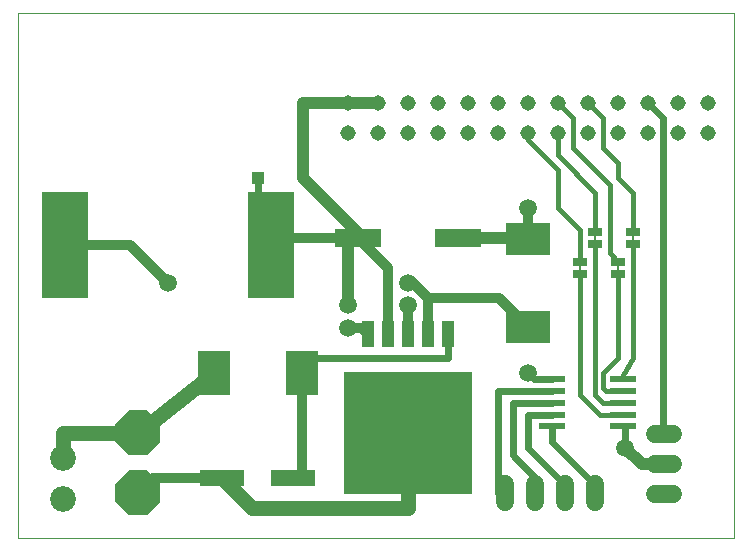
<source format=gtl>
G75*
%MOIN*%
%OFA0B0*%
%FSLAX24Y24*%
%IPPOS*%
%LPD*%
%AMOC8*
5,1,8,0,0,1.08239X$1,22.5*
%
%ADD10C,0.0000*%
%ADD11R,0.0866X0.0236*%
%ADD12C,0.0600*%
%ADD13R,0.4252X0.4098*%
%ADD14R,0.0420X0.0850*%
%ADD15R,0.1496X0.1102*%
%ADD16R,0.1535X0.0630*%
%ADD17OC8,0.1500*%
%ADD18R,0.1496X0.0551*%
%ADD19R,0.1575X0.3543*%
%ADD20R,0.1102X0.1496*%
%ADD21C,0.0860*%
%ADD22R,0.0394X0.0394*%
%ADD23C,0.0515*%
%ADD24C,0.0080*%
%ADD25R,0.0500X0.0250*%
%ADD26C,0.0240*%
%ADD27C,0.0500*%
%ADD28C,0.0400*%
%ADD29C,0.0320*%
%ADD30C,0.0591*%
%ADD31C,0.0436*%
%ADD32C,0.0160*%
D10*
X000680Y000680D02*
X000680Y018176D01*
X024550Y018176D01*
X024550Y000680D01*
X000680Y000680D01*
D11*
X018499Y004393D03*
X018499Y004786D03*
X018499Y005180D03*
X018499Y005574D03*
X018499Y005967D03*
X020861Y005967D03*
X020861Y005574D03*
X020861Y005180D03*
X020861Y004786D03*
X020861Y004393D03*
D12*
X021904Y004141D02*
X022504Y004141D01*
X022504Y003141D02*
X021904Y003141D01*
X021904Y002141D02*
X022504Y002141D01*
X019930Y001880D02*
X019930Y002480D01*
X018930Y002480D02*
X018930Y001880D01*
X017930Y001880D02*
X017930Y002480D01*
X016930Y002480D02*
X016930Y001880D01*
D13*
X013680Y004180D03*
D14*
X013680Y007460D03*
X014350Y007460D03*
X015020Y007460D03*
X013010Y007460D03*
X012340Y007460D03*
D15*
X017680Y007723D03*
X017680Y010637D03*
D16*
X015353Y010680D03*
X012007Y010680D03*
D17*
X004680Y004180D03*
X004680Y002180D03*
D18*
X007499Y002680D03*
X009861Y002680D03*
D19*
X009113Y010430D03*
X002239Y010430D03*
D20*
X007223Y006180D03*
X010137Y006180D03*
D21*
X002180Y003349D03*
X002180Y001971D03*
D22*
X008680Y012680D03*
D23*
X011680Y014180D03*
X011680Y015180D03*
X012680Y015180D03*
X013680Y015180D03*
X014680Y015180D03*
X015680Y015180D03*
X016680Y015180D03*
X017680Y015180D03*
X018680Y015180D03*
X019680Y015180D03*
X020680Y015180D03*
X021680Y015180D03*
X022680Y015180D03*
X023680Y015180D03*
X023680Y014180D03*
X022680Y014180D03*
X021680Y014180D03*
X020680Y014180D03*
X019680Y014180D03*
X018680Y014180D03*
X017680Y014180D03*
X016680Y014180D03*
X015680Y014180D03*
X014680Y014180D03*
X013680Y014180D03*
X012680Y014180D03*
D24*
X019430Y009830D02*
X019430Y009530D01*
X019930Y010530D02*
X019930Y010830D01*
X020680Y009830D02*
X020680Y009530D01*
X021180Y010530D02*
X021180Y010830D01*
D25*
X021180Y010880D03*
X021180Y010480D03*
X020680Y009880D03*
X020680Y009480D03*
X019930Y010480D03*
X019930Y010880D03*
X019430Y009880D03*
X019430Y009480D03*
D26*
X017680Y006180D02*
X017893Y005967D01*
X018499Y005967D01*
X018499Y005574D02*
X016680Y005574D01*
X016680Y002180D01*
X016930Y002180D01*
X017930Y002180D02*
X017930Y002680D01*
X017180Y003430D01*
X017180Y005180D01*
X018499Y005180D01*
X018499Y004786D02*
X017680Y004786D01*
X017680Y003680D01*
X018930Y002430D01*
X018930Y002180D01*
X019930Y002180D02*
X019930Y002430D01*
X018499Y003861D01*
X018499Y004393D01*
X020861Y004393D02*
X020930Y004393D01*
X020930Y003680D01*
X022180Y004164D02*
X022204Y004141D01*
X022180Y004164D02*
X022180Y014680D01*
X021680Y015180D01*
X015020Y007460D02*
X015020Y006680D01*
X010637Y006680D01*
X010137Y006180D01*
X012340Y003680D02*
X013680Y003680D01*
X010137Y002723D02*
X009904Y002723D01*
X009861Y002680D01*
X009113Y010430D02*
X008680Y010430D01*
X008680Y012680D01*
D27*
X007223Y006180D02*
X004680Y004180D01*
X002180Y004180D01*
X002180Y003349D01*
X007499Y002680D02*
X008499Y001680D01*
X010680Y001680D01*
X013680Y001680D01*
X013680Y003680D01*
X013680Y004180D01*
D28*
X011680Y008430D02*
X011680Y010680D01*
X012180Y010680D01*
X010180Y012680D01*
X010180Y015180D01*
X011680Y015180D01*
X012680Y015180D01*
X015353Y010680D02*
X017680Y010680D01*
X017680Y010637D01*
X020930Y003680D02*
X021469Y003141D01*
X022204Y003141D01*
D29*
X017680Y007723D02*
X016723Y008680D01*
X014350Y008680D01*
X013850Y009180D01*
X013680Y009180D01*
X014350Y008680D02*
X014350Y007460D01*
X013680Y007460D02*
X013680Y008430D01*
X013010Y007460D02*
X013010Y009677D01*
X012007Y010680D01*
X011680Y010680D01*
X009680Y010680D01*
X009613Y010747D01*
X009113Y010430D01*
X005680Y009180D02*
X004430Y010430D01*
X002239Y010430D01*
X010137Y006180D02*
X010137Y002723D01*
X010180Y002680D01*
X007499Y002680D02*
X005180Y002680D01*
X004680Y002180D01*
X011680Y007680D02*
X012120Y007680D01*
X012340Y007460D01*
X017680Y010637D02*
X017680Y011680D01*
D30*
X017680Y011680D03*
X013680Y009180D03*
X013680Y008430D03*
X011680Y008430D03*
X011680Y007680D03*
X005680Y009180D03*
X017680Y006180D03*
X020930Y003680D03*
D31*
X010680Y001680D03*
D32*
X019430Y005430D02*
X019430Y009480D01*
X019430Y009880D02*
X019430Y010930D01*
X018680Y011680D01*
X018680Y012930D01*
X017680Y013930D01*
X017680Y014180D01*
X018680Y014180D02*
X018680Y013430D01*
X019930Y012180D01*
X019930Y010880D01*
X019930Y010480D02*
X019930Y005430D01*
X020180Y005180D01*
X020861Y005180D01*
X020861Y005574D02*
X020286Y005574D01*
X020180Y005680D01*
X020180Y006180D01*
X020680Y006680D01*
X020680Y009480D01*
X020680Y009880D02*
X020430Y010180D01*
X020430Y012430D01*
X019180Y013680D01*
X019180Y014680D01*
X018680Y015180D01*
X019680Y015180D02*
X020180Y014680D01*
X020180Y013680D01*
X020680Y013180D01*
X020680Y012680D01*
X021180Y012180D01*
X021180Y010880D01*
X021180Y010480D02*
X021180Y006680D01*
X020861Y006111D01*
X020861Y005967D01*
X020074Y004786D02*
X019430Y005430D01*
X020074Y004786D02*
X020861Y004786D01*
M02*

</source>
